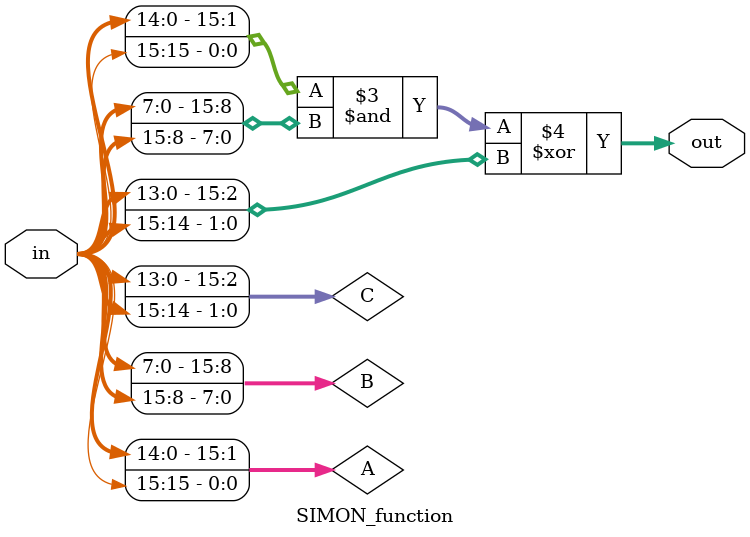
<source format=sv>
module SIMON_function
#(	parameter N = 16,
	parameter M = 4			)
 (	input logic [N-1:0] in,
	output logic [N-1:0] out	);

logic [N-1:0] A, B, C;
///*
always_comb
begin
	A = {in[N-2:0], in[N-1]};
	B = {in[N-9:0], in[N-1:N-8]};
	C = {in[N-3:0], in[N-1:N-2]};
end
//*/
///*
always_comb
begin
	out = (A & B) ^ C;
end
//*/

endmodule

</source>
